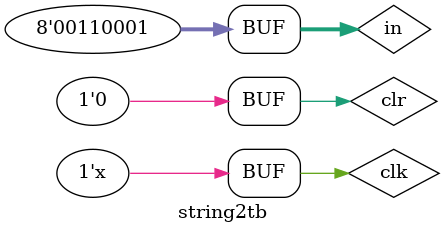
<source format=v>
`timescale 1ns / 1ps


module string2tb;

	// Inputs
	reg clk;
	reg clr;
	reg [7:0] in;

	// Outputs
	wire out;

	// Instantiate the Unit Under Test (UUT)
	string2 uut (
		.clk(clk), 
		.clr(clr), 
		.in(in), 
		.out(out)
	);

	initial begin
		// Initialize Inputs
		clk = 0;
		clr = 0;
		in = "(";
		
		#10 in = "1";
		#10 in = "+";
		#10 in = "2";
		#10 in = ")";
		#10 in = "+";
		#10 in = "2";
		#10 in = "*";
		#10 in = "(";
		#10 in = "2";
		#10 in = "*";
		#10 in = ")";
		#10 in = "1";


	end
   
	always #5 clk = ~clk;
endmodule


</source>
